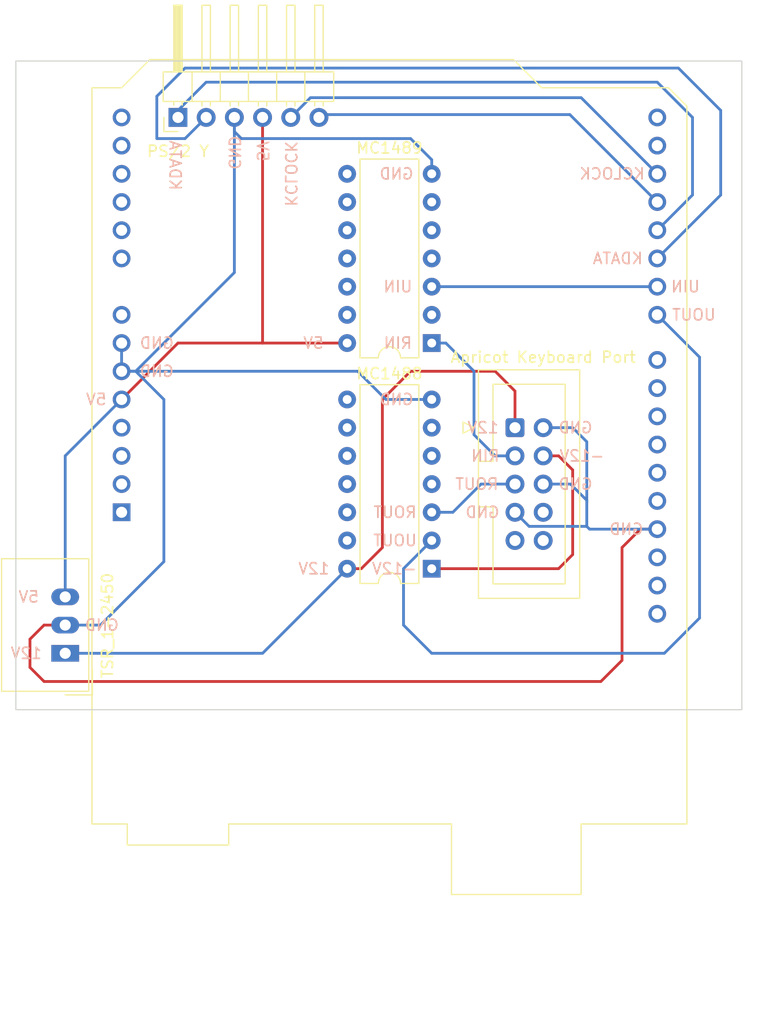
<source format=kicad_pcb>
(kicad_pcb (version 20211014) (generator pcbnew)
  (title_block (title "PS/2 to Apricot Xi keyboard translator") (date "2023-04-11") (rev "uno-1.0"))
  (layers (0 "F.Cu" signal) (31 "B.Cu" signal) (34 "B.Paste" user) (35 "F.Paste" user) (36 "B.SilkS" user "B.Silkscreen") (37 "F.SilkS" user "F.Silkscreen") (38 "B.Mask" user) (39 "F.Mask" user) (44 "Edge.Cuts" user))
  (net 0 "")
  (net 5 "5VDC")
  (net 15 "KEYB.CLOCK")
  (net 16 "MOUSE.CLOCK")
  (net 17 "KEYB.DATA")
  (net 18 "MOUSE.DATA")
  (net 19 "UART.IN")
  (net 20 "UART.OUT")
  (net 30 "12VDC")
  (net 31 "RS232.OUT")
  (net 32 "RS232.IN")
  (net 33 "EARTH")
  (net 34 "-12VDC")
  (footprint "Package_DIP:DIP-14_W7.62mm" (layer "F.Cu") (at 113.284 69.596 180)
    (fp_text reference "U102" hide)
    (fp_text value "MC1488" (at 3.81 17.57) (layer "F.SilkS"))
    (fp_line (start 1.16 16.57) (end 6.46 16.57) (layer "F.SilkS") (width 0.12))
    (fp_line (start 6.46 -1.33) (end 4.81 -1.33) (layer "F.SilkS") (width 0.12))
    (fp_line (start 6.46 16.57) (end 6.46 -1.33) (layer "F.SilkS") (width 0.12))
    (fp_line (start 1.16 -1.33) (end 1.16 16.57) (layer "F.SilkS") (width 0.12))
    (fp_line (start 2.81 -1.33) (end 1.16 -1.33) (layer "F.SilkS") (width 0.12))
    (fp_arc (start 4.81 -1.33) (mid 3.81 -0.33) (end 2.81 -1.33) (layer "F.SilkS") (width 0.12))
    (pad "1" thru_hole rect (at 0 0 180) (size 1.6 1.6) (drill 0.8) (layers *.Cu *.Mask) (net 34 "-12VDC"))
    (pad "2" thru_hole oval (at 0 2.54 180) (size 1.6 1.6) (drill 0.8) (layers *.Cu *.Mask) (net 20 "UART.OUT"))
    (pad "3" thru_hole oval (at 0 5.08 180) (size 1.6 1.6) (drill 0.8) (layers *.Cu *.Mask) (net 31 "RS232.OUT"))
    (pad "4" thru_hole oval (at 0 7.62 180) (size 1.6 1.6) (drill 0.8) (layers *.Cu *.Mask))
    (pad "5" thru_hole oval (at 0 10.16 180) (size 1.6 1.6) (drill 0.8) (layers *.Cu *.Mask))
    (pad "6" thru_hole oval (at 0 12.7 180) (size 1.6 1.6) (drill 0.8) (layers *.Cu *.Mask))
    (pad "7" thru_hole oval (at 0 15.24 180) (size 1.6 1.6) (drill 0.8) (layers *.Cu *.Mask) (net 33 "EARTH"))
    (pad "8" thru_hole oval (at 7.62 15.24 180) (size 1.6 1.6) (drill 0.8) (layers *.Cu *.Mask))
    (pad "9" thru_hole oval (at 7.62 12.7 180) (size 1.6 1.6) (drill 0.8) (layers *.Cu *.Mask))
    (pad "10" thru_hole oval (at 7.62 10.16 180) (size 1.6 1.6) (drill 0.8) (layers *.Cu *.Mask))
    (pad "11" thru_hole oval (at 7.62 7.62 180) (size 1.6 1.6) (drill 0.8) (layers *.Cu *.Mask))
    (pad "12" thru_hole oval (at 7.62 5.08 180) (size 1.6 1.6) (drill 0.8) (layers *.Cu *.Mask))
    (pad "13" thru_hole oval (at 7.62 2.54 180) (size 1.6 1.6) (drill 0.8) (layers *.Cu *.Mask))
    (pad "14" thru_hole oval (at 7.62 0 180) (size 1.6 1.6) (drill 0.8) (layers *.Cu *.Mask) (net 30 "12VDC"))
  )
  (footprint "Module:Arduino_UNO_R3" (layer "F.Cu") (at 85.344 64.516 90)
    (fp_text reference "A101" hide)
    (fp_text value "Arduino_UNO_R3" hide)
    (fp_line (start -28.07 0.51) (end -29.97 0.51) (layer "F.SilkS") (width 0.12))
    (fp_line (start -34.42 29.72) (end -34.42 41.4) (layer "F.SilkS") (width 0.12))
    (fp_line (start -34.42 41.4) (end -28.07 41.4) (layer "F.SilkS") (width 0.12))
    (fp_line (start -28.07 41.4) (end -28.07 50.93) (layer "F.SilkS") (width 0.12))
    (fp_line (start 40.77 35.31) (end 40.77 2.54) (layer "F.SilkS") (width 0.12))
    (fp_line (start -28.07 -2.67) (end -28.07 0.51) (layer "F.SilkS") (width 0.12))
    (fp_line (start -28.07 9.65) (end -28.07 29.72) (layer "F.SilkS") (width 0.12))
    (fp_line (start 38.23 49.28) (end 38.23 37.85) (layer "F.SilkS") (width 0.12))
    (fp_line (start 38.23 37.85) (end 40.77 35.31) (layer "F.SilkS") (width 0.12))
    (fp_line (start -28.07 29.72) (end -34.42 29.72) (layer "F.SilkS") (width 0.12))
    (fp_line (start -29.97 0.51) (end -29.97 9.65) (layer "F.SilkS") (width 0.12))
    (fp_line (start -29.97 9.65) (end -28.07 9.65) (layer "F.SilkS") (width 0.12))
    (fp_line (start 40.77 2.54) (end 38.23 0) (layer "F.SilkS") (width 0.12))
    (fp_line (start 38.23 0) (end 38.23 -2.67) (layer "F.SilkS") (width 0.12))
    (fp_line (start 36.58 50.93) (end 38.23 49.28) (layer "F.SilkS") (width 0.12))
    (fp_line (start 38.23 -2.67) (end -28.07 -2.67) (layer "F.SilkS") (width 0.12))
    (fp_line (start -28.07 50.93) (end 36.58 50.93) (layer "F.SilkS") (width 0.12))
    (pad "1" thru_hole rect (at 0 0 180) (size 1.6 1.6) (drill 1) (layers *.Cu *.Mask))
    (pad "2" thru_hole oval (at 2.54 0 180) (size 1.6 1.6) (drill 1) (layers *.Cu *.Mask))
    (pad "3" thru_hole oval (at 5.08 0 180) (size 1.6 1.6) (drill 1) (layers *.Cu *.Mask))
    (pad "4" thru_hole oval (at 7.62 0 180) (size 1.6 1.6) (drill 1) (layers *.Cu *.Mask))
    (pad "5" thru_hole oval (at 10.16 0 180) (size 1.6 1.6) (drill 1) (layers *.Cu *.Mask) (net 5 "5VDC"))
    (pad "6" thru_hole oval (at 12.7 0 180) (size 1.6 1.6) (drill 1) (layers *.Cu *.Mask) (net 33 "EARTH"))
    (pad "7" thru_hole oval (at 15.24 0 180) (size 1.6 1.6) (drill 1) (layers *.Cu *.Mask) (net 33 "EARTH"))
    (pad "8" thru_hole oval (at 17.78 0 180) (size 1.6 1.6) (drill 1) (layers *.Cu *.Mask))
    (pad "9" thru_hole oval (at 22.86 0 180) (size 1.6 1.6) (drill 1) (layers *.Cu *.Mask))
    (pad "10" thru_hole oval (at 25.4 0 180) (size 1.6 1.6) (drill 1) (layers *.Cu *.Mask))
    (pad "11" thru_hole oval (at 27.94 0 180) (size 1.6 1.6) (drill 1) (layers *.Cu *.Mask))
    (pad "12" thru_hole oval (at 30.48 0 180) (size 1.6 1.6) (drill 1) (layers *.Cu *.Mask))
    (pad "13" thru_hole oval (at 33.02 0 180) (size 1.6 1.6) (drill 1) (layers *.Cu *.Mask))
    (pad "14" thru_hole oval (at 35.56 0 180) (size 1.6 1.6) (drill 1) (layers *.Cu *.Mask))
    (pad "15" thru_hole oval (at 35.56 48.26 180) (size 1.6 1.6) (drill 1) (layers *.Cu *.Mask))
    (pad "16" thru_hole oval (at 33.02 48.26 180) (size 1.6 1.6) (drill 1) (layers *.Cu *.Mask))
    (pad "17" thru_hole oval (at 30.48 48.26 180) (size 1.6 1.6) (drill 1) (layers *.Cu *.Mask) (net 15 "KEYB.CLOCK"))
    (pad "18" thru_hole oval (at 27.94 48.26 180) (size 1.6 1.6) (drill 1) (layers *.Cu *.Mask) (net 16 "MOUSE.CLOCK"))
    (pad "19" thru_hole oval (at 25.4 48.26 180) (size 1.6 1.6) (drill 1) (layers *.Cu *.Mask) (net 17 "KEYB.DATA"))
    (pad "20" thru_hole oval (at 22.86 48.26 180) (size 1.6 1.6) (drill 1) (layers *.Cu *.Mask) (net 18 "MOUSE.DATA"))
    (pad "21" thru_hole oval (at 20.32 48.26 180) (size 1.6 1.6) (drill 1) (layers *.Cu *.Mask) (net 19 "UART.IN"))
    (pad "22" thru_hole oval (at 17.78 48.26 180) (size 1.6 1.6) (drill 1) (layers *.Cu *.Mask) (net 20 "UART.OUT"))
    (pad "23" thru_hole oval (at 13.72 48.26 180) (size 1.6 1.6) (drill 1) (layers *.Cu *.Mask))
    (pad "24" thru_hole oval (at 11.18 48.26 180) (size 1.6 1.6) (drill 1) (layers *.Cu *.Mask))
    (pad "25" thru_hole oval (at 8.64 48.26 180) (size 1.6 1.6) (drill 1) (layers *.Cu *.Mask))
    (pad "26" thru_hole oval (at 6.1 48.26 180) (size 1.6 1.6) (drill 1) (layers *.Cu *.Mask))
    (pad "27" thru_hole oval (at 3.56 48.26 180) (size 1.6 1.6) (drill 1) (layers *.Cu *.Mask))
    (pad "28" thru_hole oval (at 1.02 48.26 180) (size 1.6 1.6) (drill 1) (layers *.Cu *.Mask))
    (pad "29" thru_hole oval (at -1.52 48.26 180) (size 1.6 1.6) (drill 1) (layers *.Cu *.Mask) (net 33 "EARTH"))
    (pad "30" thru_hole oval (at -4.06 48.26 180) (size 1.6 1.6) (drill 1) (layers *.Cu *.Mask))
    (pad "31" thru_hole oval (at -6.6 48.26 180) (size 1.6 1.6) (drill 1) (layers *.Cu *.Mask))
    (pad "32" thru_hole oval (at -9.14 48.26 180) (size 1.6 1.6) (drill 1) (layers *.Cu *.Mask))
  )
  (footprint "Package_DIP:DIP-14_W7.62mm" (layer "F.Cu") (at 113.284 49.276 180)
    (fp_text reference "U103" hide)
    (fp_text value "MC1489" (at 3.81 17.57) (layer "F.SilkS"))
    (fp_line (start 6.46 -1.33) (end 4.81 -1.33) (layer "F.SilkS") (width 0.12))
    (fp_line (start 6.46 16.57) (end 6.46 -1.33) (layer "F.SilkS") (width 0.12))
    (fp_line (start 2.81 -1.33) (end 1.16 -1.33) (layer "F.SilkS") (width 0.12))
    (fp_line (start 1.16 -1.33) (end 1.16 16.57) (layer "F.SilkS") (width 0.12))
    (fp_line (start 1.16 16.57) (end 6.46 16.57) (layer "F.SilkS") (width 0.12))
    (fp_arc (start 4.81 -1.33) (mid 3.81 -0.33) (end 2.81 -1.33) (layer "F.SilkS") (width 0.12))
    (pad "1" thru_hole rect (at 0 0 180) (size 1.6 1.6) (drill 0.8) (layers *.Cu *.Mask) (net 32 "RS232.IN"))
    (pad "2" thru_hole oval (at 0 2.54 180) (size 1.6 1.6) (drill 0.8) (layers *.Cu *.Mask))
    (pad "3" thru_hole oval (at 0 5.08 180) (size 1.6 1.6) (drill 0.8) (layers *.Cu *.Mask) (net 19 "UART.IN"))
    (pad "4" thru_hole oval (at 0 7.62 180) (size 1.6 1.6) (drill 0.8) (layers *.Cu *.Mask))
    (pad "5" thru_hole oval (at 0 10.16 180) (size 1.6 1.6) (drill 0.8) (layers *.Cu *.Mask))
    (pad "6" thru_hole oval (at 0 12.7 180) (size 1.6 1.6) (drill 0.8) (layers *.Cu *.Mask))
    (pad "7" thru_hole oval (at 0 15.24 180) (size 1.6 1.6) (drill 0.8) (layers *.Cu *.Mask) (net 33 "EARTH"))
    (pad "8" thru_hole oval (at 7.62 15.24 180) (size 1.6 1.6) (drill 0.8) (layers *.Cu *.Mask))
    (pad "9" thru_hole oval (at 7.62 12.7 180) (size 1.6 1.6) (drill 0.8) (layers *.Cu *.Mask))
    (pad "10" thru_hole oval (at 7.62 10.16 180) (size 1.6 1.6) (drill 0.8) (layers *.Cu *.Mask))
    (pad "11" thru_hole oval (at 7.62 7.62 180) (size 1.6 1.6) (drill 0.8) (layers *.Cu *.Mask))
    (pad "12" thru_hole oval (at 7.62 5.08 180) (size 1.6 1.6) (drill 0.8) (layers *.Cu *.Mask))
    (pad "13" thru_hole oval (at 7.62 2.54 180) (size 1.6 1.6) (drill 0.8) (layers *.Cu *.Mask))
    (pad "14" thru_hole oval (at 7.62 0 180) (size 1.6 1.6) (drill 0.8) (layers *.Cu *.Mask) (net 5 "5VDC"))
  )
  (footprint "Converter_DCDC:Converter_DCDC_TRACO_TSR-1_THT" (layer "F.Cu") (at 80.264 77.216 90)
    (fp_text reference "U101" hide)
    (fp_text value "TSR_1-2450" (at 2.5 3.81 90) (layer "F.SilkS"))
    (fp_line (start -3.75 2.45) (end -1.42 2.45) (layer "F.SilkS") (width 0.12))
    (fp_line (start 8.52 -5.73) (end 8.52 2.12) (layer "F.SilkS") (width 0.12))
    (fp_line (start -3.42 2.12) (end -3.42 -5.73) (layer "F.SilkS") (width 0.12))
    (fp_line (start 8.52 2.12) (end -3.42 2.12) (layer "F.SilkS") (width 0.12))
    (fp_line (start -3.75 0) (end -3.75 2.45) (layer "F.SilkS") (width 0.12))
    (fp_line (start -3.42 -5.73) (end 8.52 -5.73) (layer "F.SilkS") (width 0.12))
    (pad "1" thru_hole rect (at 0 0 90) (size 1.5 2.5) (drill 1) (layers *.Cu *.Mask) (net 30 "12VDC"))
    (pad "2" thru_hole oval (at 2.54 0 90) (size 1.5 2.5) (drill 1) (layers *.Cu *.Mask) (net 33 "EARTH"))
    (pad "3" thru_hole oval (at 5.08 0 90) (size 1.5 2.5) (drill 1) (layers *.Cu *.Mask) (net 5 "5VDC"))
  )
  (footprint "Connector_PinHeader_2.54mm:PinHeader_1x06_P2.54mm_Horizontal" (layer "F.Cu") (at 90.424 28.956 90)
    (fp_text reference "J102" hide)
    (fp_text value "PS/2 Y" (at -3.048 0) (layer "F.SilkS"))
    (fp_line (start 10.1 4.7) (end 10.1 5.46) (layer "F.SilkS") (width 0.12))
    (fp_line (start 1.11 -0.38) (end 1.44 -0.38) (layer "F.SilkS") (width 0.12))
    (fp_line (start 1.11 0.38) (end 1.44 0.38) (layer "F.SilkS") (width 0.12))
    (fp_line (start 4.1 -1.33) (end 1.44 -1.33) (layer "F.SilkS") (width 0.12))
    (fp_line (start 10.1 2.16) (end 10.1 2.92) (layer "F.SilkS") (width 0.12))
    (fp_line (start -1.27 -1.27) (end 0 -1.27) (layer "F.SilkS") (width 0.12))
    (fp_line (start 1.44 3.81) (end 4.1 3.81) (layer "F.SilkS") (width 0.12))
    (fp_line (start 1.44 11.43) (end 4.1 11.43) (layer "F.SilkS") (width 0.12))
    (fp_line (start 1.042929 8) (end 1.44 8) (layer "F.SilkS") (width 0.12))
    (fp_line (start -1.27 0) (end -1.27 -1.27) (layer "F.SilkS") (width 0.12))
    (fp_line (start 1.042929 4.7) (end 1.44 4.7) (layer "F.SilkS") (width 0.12))
    (fp_line (start 10.1 5.46) (end 4.1 5.46) (layer "F.SilkS") (width 0.12))
    (fp_line (start 1.042929 7.24) (end 1.44 7.24) (layer "F.SilkS") (width 0.12))
    (fp_line (start 1.042929 2.92) (end 1.44 2.92) (layer "F.SilkS") (width 0.12))
    (fp_line (start 10.1 12.32) (end 10.1 13.08) (layer "F.SilkS") (width 0.12))
    (fp_line (start 4.1 9.78) (end 10.1 9.78) (layer "F.SilkS") (width 0.12))
    (fp_line (start 10.1 13.08) (end 4.1 13.08) (layer "F.SilkS") (width 0.12))
    (fp_line (start 4.1 -0.2) (end 10.1 -0.2) (layer "F.SilkS") (width 0.12))
    (fp_line (start 4.1 0.16) (end 10.1 0.16) (layer "F.SilkS") (width 0.12))
    (fp_line (start 4.1 4.7) (end 10.1 4.7) (layer "F.SilkS") (width 0.12))
    (fp_line (start 4.1 12.32) (end 10.1 12.32) (layer "F.SilkS") (width 0.12))
    (fp_line (start 4.1 0.04) (end 10.1 0.04) (layer "F.SilkS") (width 0.12))
    (fp_line (start 1.44 6.35) (end 4.1 6.35) (layer "F.SilkS") (width 0.12))
    (fp_line (start 1.44 1.27) (end 4.1 1.27) (layer "F.SilkS") (width 0.12))
    (fp_line (start 4.1 0.28) (end 10.1 0.28) (layer "F.SilkS") (width 0.12))
    (fp_line (start 4.1 2.16) (end 10.1 2.16) (layer "F.SilkS") (width 0.12))
    (fp_line (start 4.1 -0.38) (end 10.1 -0.38) (layer "F.SilkS") (width 0.12))
    (fp_line (start 1.042929 12.32) (end 1.44 12.32) (layer "F.SilkS") (width 0.12))
    (fp_line (start 1.44 -1.33) (end 1.44 14.03) (layer "F.SilkS") (width 0.12))
    (fp_line (start 1.44 14.03) (end 4.1 14.03) (layer "F.SilkS") (width 0.12))
    (fp_line (start 1.042929 2.16) (end 1.44 2.16) (layer "F.SilkS") (width 0.12))
    (fp_line (start 1.042929 5.46) (end 1.44 5.46) (layer "F.SilkS") (width 0.12))
    (fp_line (start 1.042929 13.08) (end 1.44 13.08) (layer "F.SilkS") (width 0.12))
    (fp_line (start 4.1 14.03) (end 4.1 -1.33) (layer "F.SilkS") (width 0.12))
    (fp_line (start 10.1 0.38) (end 4.1 0.38) (layer "F.SilkS") (width 0.12))
    (fp_line (start 4.1 7.24) (end 10.1 7.24) (layer "F.SilkS") (width 0.12))
    (fp_line (start 10.1 8) (end 4.1 8) (layer "F.SilkS") (width 0.12))
    (fp_line (start 10.1 9.78) (end 10.1 10.54) (layer "F.SilkS") (width 0.12))
    (fp_line (start 10.1 2.92) (end 4.1 2.92) (layer "F.SilkS") (width 0.12))
    (fp_line (start 1.042929 9.78) (end 1.44 9.78) (layer "F.SilkS") (width 0.12))
    (fp_line (start 4.1 -0.08) (end 10.1 -0.08) (layer "F.SilkS") (width 0.12))
    (fp_line (start 4.1 -0.32) (end 10.1 -0.32) (layer "F.SilkS") (width 0.12))
    (fp_line (start 10.1 10.54) (end 4.1 10.54) (layer "F.SilkS") (width 0.12))
    (fp_line (start 10.1 7.24) (end 10.1 8) (layer "F.SilkS") (width 0.12))
    (fp_line (start 1.44 8.89) (end 4.1 8.89) (layer "F.SilkS") (width 0.12))
    (fp_line (start 10.1 -0.38) (end 10.1 0.38) (layer "F.SilkS") (width 0.12))
    (fp_line (start 1.042929 10.54) (end 1.44 10.54) (layer "F.SilkS") (width 0.12))
    (pad "1" thru_hole rect (at 0 0 90) (size 1.7 1.7) (drill 1) (layers *.Cu *.Mask) (net 17 "KEYB.DATA"))
    (pad "2" thru_hole oval (at 0 2.54 90) (size 1.7 1.7) (drill 1) (layers *.Cu *.Mask) (net 18 "MOUSE.DATA"))
    (pad "3" thru_hole oval (at 0 5.08 90) (size 1.7 1.7) (drill 1) (layers *.Cu *.Mask) (net 33 "EARTH"))
    (pad "4" thru_hole oval (at 0 7.62 90) (size 1.7 1.7) (drill 1) (layers *.Cu *.Mask) (net 5 "5VDC"))
    (pad "5" thru_hole oval (at 0 10.16 90) (size 1.7 1.7) (drill 1) (layers *.Cu *.Mask) (net 15 "KEYB.CLOCK"))
    (pad "6" thru_hole oval (at 0 12.7 90) (size 1.7 1.7) (drill 1) (layers *.Cu *.Mask) (net 16 "MOUSE.CLOCK"))
  )
  (footprint "Connector_IDC:IDC-Header_2x05_P2.54mm_Vertical" (layer "F.Cu") (at 120.7865 56.896)
    (fp_text reference "J101" hide)
    (fp_text value "Apricot Keyboard Port" (at 2.54 -6.345) (layer "F.SilkS"))
    (fp_line (start 5.83 -5.21) (end 5.83 15.37) (layer "F.SilkS") (width 0.12))
    (fp_line (start -3.68 0) (end -4.68 -0.5) (layer "F.SilkS") (width 0.12))
    (fp_line (start -3.29 3.03) (end -1.98 3.03) (layer "F.SilkS") (width 0.12))
    (fp_line (start -4.68 -0.5) (end -4.68 0.5) (layer "F.SilkS") (width 0.12))
    (fp_line (start 4.52 -3.91) (end 4.52 14.07) (layer "F.SilkS") (width 0.12))
    (fp_line (start -1.98 7.13) (end -1.98 7.13) (layer "F.SilkS") (width 0.12))
    (fp_line (start 5.83 15.37) (end -3.29 15.37) (layer "F.SilkS") (width 0.12))
    (fp_line (start -4.68 0.5) (end -3.68 0) (layer "F.SilkS") (width 0.12))
    (fp_line (start -3.29 15.37) (end -3.29 -5.21) (layer "F.SilkS") (width 0.12))
    (fp_line (start -1.98 7.13) (end -3.29 7.13) (layer "F.SilkS") (width 0.12))
    (fp_line (start 4.52 14.07) (end -1.98 14.07) (layer "F.SilkS") (width 0.12))
    (fp_line (start -3.29 -5.21) (end 5.83 -5.21) (layer "F.SilkS") (width 0.12))
    (fp_line (start -1.98 14.07) (end -1.98 7.13) (layer "F.SilkS") (width 0.12))
    (fp_line (start -1.98 3.03) (end -1.98 -3.91) (layer "F.SilkS") (width 0.12))
    (fp_line (start -1.98 -3.91) (end 4.52 -3.91) (layer "F.SilkS") (width 0.12))
    (pad "1" thru_hole roundrect (at 0 0) (size 1.7 1.7) (drill 1) (layers *.Cu *.Mask) (roundrect_rratio 0.147059) (net 30 "12VDC"))
    (pad "2" thru_hole circle (at 2.54 0) (size 1.7 1.7) (drill 1) (layers *.Cu *.Mask) (net 33 "EARTH"))
    (pad "3" thru_hole circle (at 0 2.54) (size 1.7 1.7) (drill 1) (layers *.Cu *.Mask) (net 32 "RS232.IN"))
    (pad "4" thru_hole circle (at 2.54 2.54) (size 1.7 1.7) (drill 1) (layers *.Cu *.Mask) (net 34 "-12VDC"))
    (pad "5" thru_hole circle (at 0 5.08) (size 1.7 1.7) (drill 1) (layers *.Cu *.Mask) (net 31 "RS232.OUT"))
    (pad "6" thru_hole circle (at 2.54 5.08) (size 1.7 1.7) (drill 1) (layers *.Cu *.Mask) (net 33 "EARTH"))
    (pad "7" thru_hole circle (at 0 7.62) (size 1.7 1.7) (drill 1) (layers *.Cu *.Mask) (net 33 "EARTH"))
    (pad "8" thru_hole circle (at 2.54 7.62) (size 1.7 1.7) (drill 1) (layers *.Cu *.Mask))
    (pad "9" thru_hole circle (at 0 10.16) (size 1.7 1.7) (drill 1) (layers *.Cu *.Mask))
    (pad "10" thru_hole circle (at 2.54 10.16) (size 1.7 1.7) (drill 1) (layers *.Cu *.Mask))
  )
  (gr_rect (start 141.224 82.296) (end 75.819 23.876) (layer "Edge.Cuts") (width 0.1) (fill none))
  (gr_text "GND\n" (at 83.566 74.676) (layer "B.SilkS") (effects (font (size 1 1)) (justify mirror)))
  (gr_text "UOUT" (at 109.982 67.056) (layer "B.SilkS") (effects (font (size 1 1)) (justify mirror)))
  (gr_text "GND\n" (at 95.504 32.131 270) (layer "B.SilkS") (effects (font (size 1 1)) (justify mirror)))
  (gr_text "GND\n" (at 88.519 51.816) (layer "B.SilkS") (effects (font (size 1 1)) (justify mirror)))
  (gr_text "5V" (at 103.632 49.276) (layer "B.SilkS") (effects (font (size 1 1)) (justify left mirror)))
  (gr_text "GND\n" (at 110.109 34.036) (layer "B.SilkS") (effects (font (size 1 1)) (justify mirror)))
  (gr_text "RIN" (at 118.11 59.436) (layer "B.SilkS") (effects (font (size 1 1)) (justify mirror)))
  (gr_text "KDATA" (at 130.048 41.656) (layer "B.SilkS") (effects (font (size 1 1)) (justify mirror)))
  (gr_text "UOUT" (at 136.906 46.736) (layer "B.SilkS") (effects (font (size 1 1)) (justify mirror)))
  (gr_text "GND\n" (at 117.856 64.516) (layer "B.SilkS") (effects (font (size 1 1)) (justify mirror)))
  (gr_text "5V" (at 98.044 32.004 270) (layer "B.SilkS") (effects (font (size 1 1)) (justify mirror)))
  (gr_text "GND\n" (at 88.519 49.276) (layer "B.SilkS") (effects (font (size 1 1)) (justify mirror)))
  (gr_text "UIN" (at 136.144 44.196) (layer "B.SilkS") (effects (font (size 1 1)) (justify mirror)))
  (gr_text "GND\n" (at 126.238 56.896) (layer "B.SilkS") (effects (font (size 1 1)) (justify mirror)))
  (gr_text "GND\n" (at 126.238 61.976) (layer "B.SilkS") (effects (font (size 1 1)) (justify mirror)))
  (gr_text "-12V" (at 112.014 69.596) (layer "B.SilkS") (effects (font (size 1 1)) (justify left mirror)))
  (gr_text "5V" (at 83.058 54.356) (layer "B.SilkS") (effects (font (size 1 1)) (justify mirror)))
  (gr_text "ROUT" (at 117.348 61.976) (layer "B.SilkS") (effects (font (size 1 1)) (justify mirror)))
  (gr_text "RIN" (at 110.236 49.276) (layer "B.SilkS") (effects (font (size 1 1)) (justify mirror)))
  (gr_text "5V" (at 77.978 72.136) (layer "B.SilkS") (effects (font (size 1 1)) (justify left mirror)))
  (gr_text "GND\n" (at 130.81 66.04) (layer "B.SilkS") (effects (font (size 1 1)) (justify mirror)))
  (gr_text "UIN" (at 110.236 44.196) (layer "B.SilkS") (effects (font (size 1 1)) (justify mirror)))
  (gr_text "KCLOCK" (at 100.584 34.036 270) (layer "B.SilkS") (effects (font (size 1 1)) (justify mirror)))
  (gr_text "KCLOCK" (at 129.54 34.036) (layer "B.SilkS") (effects (font (size 1 1)) (justify mirror)))
  (gr_text "12V" (at 119.38 56.896) (layer "B.SilkS") (effects (font (size 1 1)) (justify left mirror)))
  (gr_text "12V" (at 78.232 77.216) (layer "B.SilkS") (effects (font (size 1 1)) (justify left mirror)))
  (gr_text "-12V" (at 124.714 59.436) (layer "B.SilkS") (effects (font (size 1 1)) (justify right mirror)))
  (gr_text "ROUT" (at 109.982 64.516) (layer "B.SilkS") (effects (font (size 1 1)) (justify mirror)))
  (gr_text "KDATA" (at 90.17 33.274 270) (layer "B.SilkS") (effects (font (size 1 1)) (justify mirror)))
  (gr_text "GND\n" (at 110.109 54.356) (layer "B.SilkS") (effects (font (size 1 1)) (justify mirror)))
  (gr_text "12V" (at 104.14 69.596) (layer "B.SilkS") (effects (font (size 1 1)) (justify left mirror)))
  (segment (start 90.424 49.276) (end 85.344 54.356) (width 0.25) (layer "F.Cu") (net 5))
  (segment (start 105.664 49.276) (end 98.044 49.276) (width 0.25) (layer "F.Cu") (net 5))
  (segment (start 98.044 28.956) (end 98.044 49.276) (width 0.25) (layer "F.Cu") (net 5))
  (segment (start 98.044 49.276) (end 90.424 49.276) (width 0.25) (layer "F.Cu") (net 5))
  (segment (start 85.344 54.356) (end 80.264 59.436) (width 0.25) (layer "B.Cu") (net 5))
  (segment (start 80.264 59.436) (end 80.264 72.136) (width 0.25) (layer "B.Cu") (net 5))
  (segment (start 100.584 28.956) (end 102.362 27.178) (width 0.25) (layer "B.Cu") (net 15))
  (segment (start 126.746 27.178) (end 133.604 34.036) (width 0.25) (layer "B.Cu") (net 15))
  (segment (start 102.362 27.178) (end 126.746 27.178) (width 0.25) (layer "B.Cu") (net 15))
  (segment (start 103.378 28.702) (end 125.73 28.702) (width 0.25) (layer "B.Cu") (net 16))
  (segment (start 103.124 28.956) (end 103.378 28.702) (width 0.25) (layer "B.Cu") (net 16))
  (segment (start 125.73 28.702) (end 133.604 36.576) (width 0.25) (layer "B.Cu") (net 16))
  (segment (start 136.779 35.941) (end 136.779 28.956) (width 0.25) (layer "B.Cu") (net 17))
  (segment (start 133.604 39.116) (end 136.779 35.941) (width 0.25) (layer "B.Cu") (net 17))
  (segment (start 92.964 25.781) (end 90.424 28.321) (width 0.25) (layer "B.Cu") (net 17))
  (segment (start 90.424 28.321) (end 90.424 28.956) (width 0.25) (layer "B.Cu") (net 17))
  (segment (start 136.779 28.956) (end 133.604 25.781) (width 0.25) (layer "B.Cu") (net 17))
  (segment (start 133.604 25.781) (end 92.964 25.781) (width 0.25) (layer "B.Cu") (net 17))
  (segment (start 139.319 28.321) (end 139.319 35.941) (width 0.25) (layer "B.Cu") (net 18))
  (segment (start 91.059 24.511) (end 135.509 24.511) (width 0.25) (layer "B.Cu") (net 18))
  (segment (start 88.519 27.051) (end 91.059 24.511) (width 0.25) (layer "B.Cu") (net 18))
  (segment (start 92.964 28.956) (end 91.059 30.861) (width 0.25) (layer "B.Cu") (net 18))
  (segment (start 139.319 35.941) (end 133.604 41.656) (width 0.25) (layer "B.Cu") (net 18))
  (segment (start 135.509 24.511) (end 139.319 28.321) (width 0.25) (layer "B.Cu") (net 18))
  (segment (start 88.519 30.861) (end 88.519 27.051) (width 0.25) (layer "B.Cu") (net 18))
  (segment (start 91.059 30.861) (end 88.519 30.861) (width 0.25) (layer "B.Cu") (net 18))
  (segment (start 113.284 44.196) (end 133.604 44.196) (width 0.25) (layer "B.Cu") (net 19))
  (segment (start 110.744 69.596) (end 113.284 67.056) (width 0.25) (layer "B.Cu") (net 20))
  (segment (start 137.414 50.546) (end 137.414 74.041) (width 0.25) (layer "B.Cu") (net 20))
  (segment (start 133.604 46.736) (end 137.414 50.546) (width 0.25) (layer "B.Cu") (net 20))
  (segment (start 113.284 77.216) (end 110.744 74.676) (width 0.25) (layer "B.Cu") (net 20))
  (segment (start 134.239 77.216) (end 113.284 77.216) (width 0.25) (layer "B.Cu") (net 20))
  (segment (start 137.414 74.041) (end 134.239 77.216) (width 0.25) (layer "B.Cu") (net 20))
  (segment (start 110.744 74.676) (end 110.744 69.596) (width 0.25) (layer "B.Cu") (net 20))
  (segment (start 120.7865 56.896) (end 120.7865 53.6035) (width 0.25) (layer "F.Cu") (net 30))
  (segment (start 118.999 51.816) (end 111.379 51.816) (width 0.25) (layer "F.Cu") (net 30))
  (segment (start 120.7865 53.6035) (end 118.999 51.816) (width 0.25) (layer "F.Cu") (net 30))
  (segment (start 108.839 67.691) (end 106.934 69.596) (width 0.25) (layer "F.Cu") (net 30))
  (segment (start 111.379 51.816) (end 108.839 54.356) (width 0.25) (layer "F.Cu") (net 30))
  (segment (start 106.934 69.596) (end 105.664 69.596) (width 0.25) (layer "F.Cu") (net 30))
  (segment (start 108.839 54.356) (end 108.839 67.691) (width 0.25) (layer "F.Cu") (net 30))
  (segment (start 98.044 77.216) (end 105.664 69.596) (width 0.25) (layer "B.Cu") (net 30))
  (segment (start 80.264 77.216) (end 98.044 77.216) (width 0.25) (layer "B.Cu") (net 30))
  (segment (start 120.7865 61.976) (end 117.729 61.976) (width 0.25) (layer "B.Cu") (net 31))
  (segment (start 115.189 64.516) (end 113.284 64.516) (width 0.25) (layer "B.Cu") (net 31))
  (segment (start 117.729 61.976) (end 115.189 64.516) (width 0.25) (layer "B.Cu") (net 31))
  (segment (start 118.999 59.436) (end 117.094 57.531) (width 0.25) (layer "B.Cu") (net 32))
  (segment (start 117.094 57.531) (end 117.094 51.816) (width 0.25) (layer "B.Cu") (net 32))
  (segment (start 114.554 49.276) (end 113.284 49.276) (width 0.25) (layer "B.Cu") (net 32))
  (segment (start 120.7865 59.436) (end 118.999 59.436) (width 0.25) (layer "B.Cu") (net 32))
  (segment (start 117.094 51.816) (end 114.554 49.276) (width 0.25) (layer "B.Cu") (net 32))
  (segment (start 77.089 75.946) (end 77.089 78.486) (width 0.25) (layer "F.Cu") (net 33))
  (segment (start 132.084 66.036) (end 133.604 66.036) (width 0.25) (layer "F.Cu") (net 33))
  (segment (start 128.524 79.756) (end 130.429 77.851) (width 0.25) (layer "F.Cu") (net 33))
  (segment (start 130.429 77.851) (end 130.429 67.691) (width 0.25) (layer "F.Cu") (net 33))
  (segment (start 78.359 79.756) (end 128.524 79.756) (width 0.25) (layer "F.Cu") (net 33))
  (segment (start 77.089 78.486) (end 78.359 79.756) (width 0.25) (layer "F.Cu") (net 33))
  (segment (start 130.429 67.691) (end 132.084 66.036) (width 0.25) (layer "F.Cu") (net 33))
  (segment (start 80.264 74.676) (end 78.359 74.676) (width 0.25) (layer "F.Cu") (net 33))
  (segment (start 78.359 74.676) (end 77.089 75.946) (width 0.25) (layer "F.Cu") (net 33))
  (segment (start 86.614 51.816) (end 85.344 51.816) (width 0.25) (layer "B.Cu") (net 33))
  (segment (start 111.379 30.861) (end 96.139 30.861) (width 0.25) (layer "B.Cu") (net 33))
  (segment (start 96.139 30.861) (end 95.504 30.226) (width 0.25) (layer "B.Cu") (net 33))
  (segment (start 83.439 74.676) (end 89.154 68.961) (width 0.25) (layer "B.Cu") (net 33))
  (segment (start 123.3265 61.976) (end 125.7915 61.976) (width 0.25) (layer "B.Cu") (net 33))
  (segment (start 127.254 63.4385) (end 127.254 63.631) (width 0.25) (layer "B.Cu") (net 33))
  (segment (start 127.254 65.786) (end 127.504 66.036) (width 0.25) (layer "B.Cu") (net 33))
  (segment (start 125.984 56.896) (end 127.254 58.166) (width 0.25) (layer "B.Cu") (net 33))
  (segment (start 80.264 74.676) (end 83.439 74.676) (width 0.25) (layer "B.Cu") (net 33))
  (segment (start 95.504 42.926) (end 86.614 51.816) (width 0.25) (layer "B.Cu") (net 33))
  (segment (start 127.254 58.166) (end 127.254 63.631) (width 0.25) (layer "B.Cu") (net 33))
  (segment (start 106.6137 51.816) (end 85.344 51.816) (width 0.25) (layer "B.Cu") (net 33))
  (segment (start 133.449489 65.881489) (end 133.604 66.036) (width 0.25) (layer "B.Cu") (net 33))
  (segment (start 133.604 66.036) (end 127.504 66.036) (width 0.25) (layer "B.Cu") (net 33))
  (segment (start 95.504 30.226) (end 95.504 28.956) (width 0.25) (layer "B.Cu") (net 33))
  (segment (start 95.504 28.956) (end 95.504 42.926) (width 0.25) (layer "B.Cu") (net 33))
  (segment (start 109.1537 54.356) (end 106.6137 51.816) (width 0.25) (layer "B.Cu") (net 33))
  (segment (start 113.284 54.356) (end 109.1537 54.356) (width 0.25) (layer "B.Cu") (net 33))
  (segment (start 113.284 32.766) (end 111.379 30.861) (width 0.25) (layer "B.Cu") (net 33))
  (segment (start 123.3265 56.896) (end 125.984 56.896) (width 0.25) (layer "B.Cu") (net 33))
  (segment (start 120.7865 64.516) (end 122.0565 65.786) (width 0.25) (layer "B.Cu") (net 33))
  (segment (start 89.154 54.356) (end 86.614 51.816) (width 0.25) (layer "B.Cu") (net 33))
  (segment (start 127.254 63.631) (end 127.254 65.786) (width 0.25) (layer "B.Cu") (net 33))
  (segment (start 89.154 68.961) (end 89.154 54.356) (width 0.25) (layer "B.Cu") (net 33))
  (segment (start 85.344 51.816) (end 85.344 49.276) (width 0.25) (layer "B.Cu") (net 33))
  (segment (start 122.0565 65.786) (end 127.254 65.786) (width 0.25) (layer "B.Cu") (net 33))
  (segment (start 125.7915 61.976) (end 127.254 63.4385) (width 0.25) (layer "B.Cu") (net 33))
  (segment (start 113.284 34.036) (end 113.284 32.766) (width 0.25) (layer "B.Cu") (net 33))
  (segment (start 124.714 59.436) (end 123.3265 59.436) (width 0.25) (layer "F.Cu") (net 34))
  (segment (start 113.284 69.596) (end 124.714 69.596) (width 0.25) (layer "F.Cu") (net 34))
  (segment (start 124.714 69.596) (end 125.984 68.326) (width 0.25) (layer "F.Cu") (net 34))
  (segment (start 125.984 68.326) (end 125.984 60.706) (width 0.25) (layer "F.Cu") (net 34))
  (segment (start 125.984 60.706) (end 124.714 59.436) (width 0.25) (layer "F.Cu") (net 34))
)
</source>
